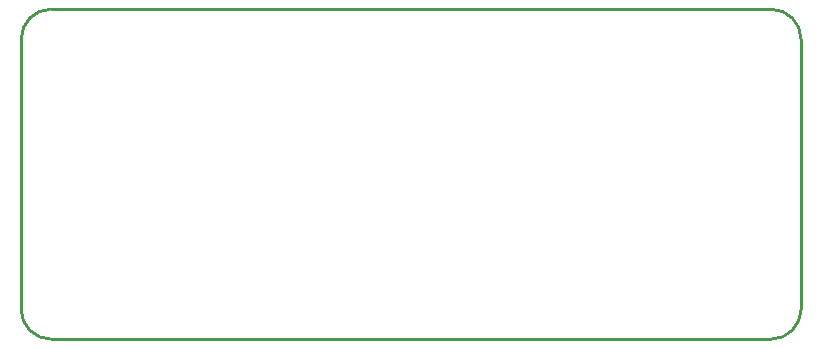
<source format=gko>
G04 Layer: BoardOutline*
G04 EasyEDA v6.4.14, 2021-01-21T15:54:09+01:00*
G04 9ce7f4978f28408badebbbb5726e7537,3bf3a0918b454840bcd8ed9ba4aead62,10*
G04 Gerber Generator version 0.2*
G04 Scale: 100 percent, Rotated: No, Reflected: No *
G04 Dimensions in inches *
G04 leading zeros omitted , absolute positions ,3 integer and 6 decimal *
%FSLAX36Y36*%
%MOIN*%

%ADD10C,0.0100*%
D10*
X2500000Y0D02*
G01*
X100000Y0D01*
X0Y100000D02*
G01*
X0Y1000000D01*
X2600000Y1000000D02*
G01*
X2600000Y100000D01*
X100000Y1100000D02*
G01*
X2500000Y1100000D01*
G75*
G01*
X2500000Y1100000D02*
G02*
X2600000Y1000000I0J-100000D01*
G75*
G01*
X100000Y0D02*
G02*
X0Y100000I0J100000D01*
G75*
G01*
X0Y1000000D02*
G02*
X100000Y1100000I100000J0D01*
G75*
G01*
X2600000Y100000D02*
G02*
X2500000Y0I-100000J0D01*

%LPD*%
M02*

</source>
